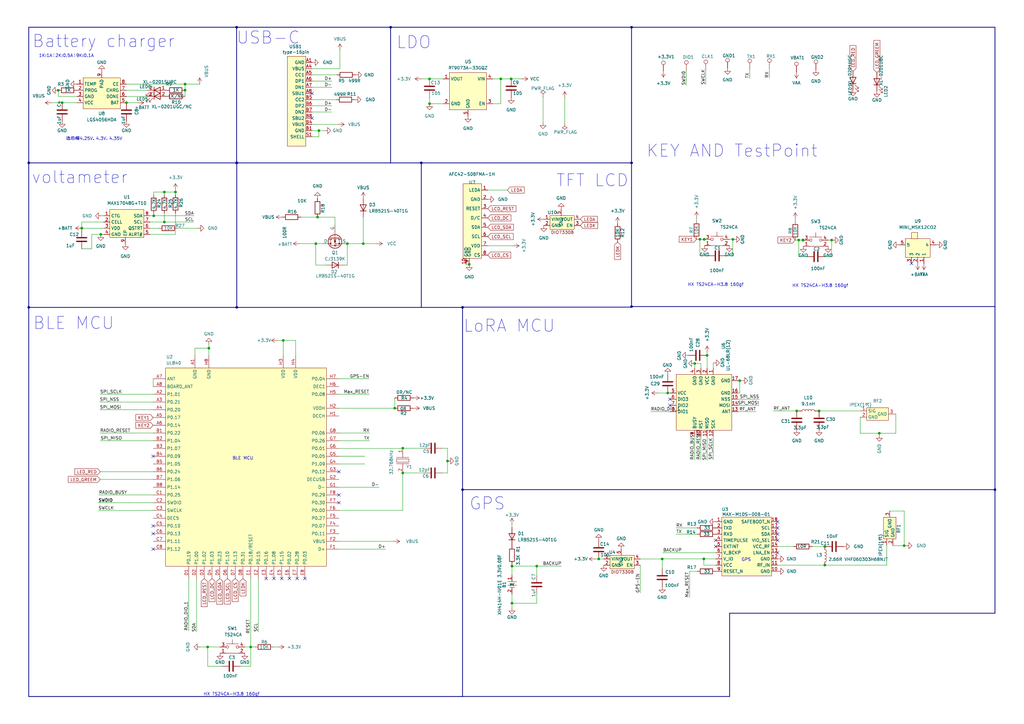
<source format=kicad_sch>
(kicad_sch (version 20231120) (generator "eeschema") (generator_version "8.0")
  (paper "A3")
  (junction (at 33.5026 93.599))
  (junction (at 284.9372 149.0907))
  (junction (at 75.8952 36.9824))
  (junction (at 189.7126 200.8333))
  (junction (at 290.0172 145.7544))
  (junction (at 116.172 139.6238))
  (junction (at 71.9836 78.7654))
  (junction (at 63.0428 88.519))
  (junction (at 327.5733 98.4504))
  (junction (at 97.1009 126.0602))
  (junction (at 23.9268 37.0332))
  (junction (at 25.4904 42.1132))
  (junction (at 335.9404 168.5544))
  (junction (at 129.5335 99.9236))
  (junction (at 51.8668 42.1132))
  (junction (at 130.7846 53.5686))
  (junction (at 85.1662 265.3538))
  (junction (at 67.4116 78.7654))
  (junction (at 303.38 156.1084))
  (junction (at 329.3364 98.4504))
  (junction (at 11.7856 66.795))
  (junction (at 259.0259 11.176))
  (junction (at 172.7959 66.795))
  (junction (at 245.5509 229.2604))
  (junction (at 192.4558 108.4326))
  (junction (at 183.5404 189.0776))
  (junction (at 67.4116 91.059))
  (junction (at 288.8553 98.171))
  (junction (at 273.8613 161.1884))
  (junction (at 205.3982 32.3596))
  (junction (at 102.8192 265.3538))
  (junction (at 41.3258 96.139))
  (junction (at 220.1418 232.1814))
  (junction (at 75.8952 34.4932))
  (junction (at 370.84 223.7994))
  (junction (at 148.9959 99.9236))
  (junction (at 287.0668 98.1456))
  (junction (at 259.0259 66.795))
  (junction (at 209.9818 247.4214))
  (junction (at 33.528 93.599))
  (junction (at 209.9818 232.1814))
  (junction (at 338.3026 231.775))
  (junction (at 97.0519 11.176))
  (junction (at 97.1009 66.795))
  (junction (at 209.654 32.3596))
  (junction (at 85.6742 142.7988))
  (junction (at 165.1762 193.9798))
  (junction (at 288.8299 98.1456))
  (junction (at 300.5731 98.171))
  (junction (at 189.7126 126.0602))
  (junction (at 288.6852 229.235))
  (junction (at 176.1729 32.3596))
  (junction (at 259.0259 125.7397))
  (junction (at 408.0764 200.8333))
  (junction (at 142.4714 99.9236))
  (junction (at 161.8742 167.4368))
  (junction (at 130.2258 89.0524))
  (junction (at 360.6546 177.673))
  (junction (at 271.6022 229.2604))
  (junction (at 11.7856 126.0602))
  (junction (at 329.3618 98.4758))
  (junction (at 326.7964 168.5544))
  (junction (at 97.0519 66.795))
  (junction (at 160.2112 11.176))
  (junction (at 165.1762 183.8198))
  (junction (at 341.0796 98.4758))
  (junction (at 338.3026 224.155))
  (junction (at 176.1729 42.5196))
  (no_connect (at 139.0142 206.1718))
  (no_connect (at 318.9478 219.075))
  (no_connect (at 293.5478 221.615))
  (no_connect (at 127.9906 48.4886))
  (no_connect (at 112.3442 237.2868))
  (no_connect (at 62.8142 187.1218))
  (no_connect (at 318.9478 213.995))
  (no_connect (at 318.9478 226.695))
  (no_connect (at 373.8626 108.0516))
  (no_connect (at 118.6942 237.2614))
  (no_connect (at 139.0142 202.9968))
  (no_connect (at 115.5192 237.2868))
  (no_connect (at 274.7772 163.7284))
  (no_connect (at 62.8142 215.6968))
  (no_connect (at 318.9478 216.535))
  (no_connect (at 293.5478 224.155))
  (no_connect (at 274.7772 166.2684))
  (no_connect (at 139.0396 193.4718))
  (no_connect (at 127.9906 38.3286))
  (no_connect (at 318.9478 221.615))
  (no_connect (at 121.8692 237.2868))
  (no_connect (at 62.8142 218.8718))
  (no_connect (at 125.0442 237.2868))
  (no_connect (at 109.1692 237.2868))
  (no_connect (at 62.8142 225.2218))
  (wire (pts (xy 352.806 171.0944) (xy 352.9584 171.0944)))
  (wire (pts (xy 282.829 234.315) (xy 282.829 245.0846)))
  (wire (pts (xy 244.1956 229.2604) (xy 245.5509 229.2604)))
  (wire (pts (xy 209.9818 215.0364) (xy 209.9818 216.3064)))
  (wire (pts (xy 61.5696 88.519) (xy 63.0428 88.519)))
  (wire (pts (xy 102.8192 237.2868) (xy 102.8192 265.3538)))
  (wire (pts (xy 327.5733 98.4504) (xy 329.3364 98.4504)))
  (wire (pts (xy 288.8553 98.1456) (xy 288.8553 98.171)))
  (wire (pts (xy 65.1764 93.599) (xy 61.5696 93.599)))
  (wire (pts (xy 60.6552 36.9824) (xy 60.4774 36.9824)))
  (wire (pts (xy 61.5696 96.139) (xy 71.9836 96.139)))
  (wire (pts (xy 40.3352 206.2226) (xy 62.8142 206.1718)))
  (wire (pts (xy 341.0796 105.2322) (xy 338.4804 105.2322)))
  (wire (pts (xy 326.7964 168.5544) (xy 327.6854 168.5544)))
  (wire (pts (xy 363.6772 231.7369) (xy 363.6772 223.5708)))
  (wire (pts (xy 139.0142 209.3468) (xy 165.1762 209.3468)))
  (wire (pts (xy 79.9592 142.7988) (xy 85.6742 142.7988)))
  (wire (pts (xy 116.172 139.6238) (xy 121.2342 139.6238)))
  (wire (pts (xy 281.5082 28.8798) (xy 281.4828 35.0012)))
  (wire (pts (xy 71.9836 78.7654) (xy 71.9836 79.8322)))
  (wire (pts (xy 37.6428 96.139) (xy 41.3258 96.139)))
  (wire (pts (xy 262.636 231.8004) (xy 262.636 243.1796)))
  (wire (pts (xy 40.9194 168.0718) (xy 62.8142 168.0718)))
  (wire (pts (xy 209.654 32.3596) (xy 205.3982 32.3596)))
  (wire (pts (xy 290.0172 144.4752) (xy 290.0172 145.7544)))
  (wire (pts (xy 292.5572 188.5696) (xy 292.5572 178.9684)))
  (wire (pts (xy 176.1729 42.5196) (xy 181.7878 42.5196)))
  (wire (pts (xy 210.3882 100.8126) (xy 200.0758 100.8126)))
  (wire (pts (xy 85.6742 142.7988) (xy 85.6742 145.8468)))
  (wire (pts (xy 23.9268 39.5732) (xy 23.9268 37.0332)))
  (bus (pts (xy 259.0259 125.7397) (xy 408.051 125.7397)))
  (wire (pts (xy 130.7846 53.5686) (xy 127.9906 53.5686)))
  (wire (pts (xy 262.636 229.2604) (xy 271.6022 229.2604)))
  (wire (pts (xy 315.595 31.9786) (xy 315.5696 28.1178)))
  (wire (pts (xy 209.9818 232.1814) (xy 209.9818 235.9914)))
  (wire (pts (xy 271.6022 229.2604) (xy 271.6022 233.0958)))
  (wire (pts (xy 341.3506 98.4758) (xy 341.0796 98.4758)))
  (wire (pts (xy 335.9404 168.5544) (xy 352.9584 168.5544)))
  (bus (pts (xy 172.7959 66.795) (xy 172.7959 126.0348)))
  (bus (pts (xy 11.7856 285.6738) (xy 11.7856 126.0602)))
  (wire (pts (xy 277.2664 216.535) (xy 285.9278 216.535)))
  (wire (pts (xy 60.6552 39.5224) (xy 60.5028 39.5224)))
  (wire (pts (xy 311.3532 166.2684) (xy 302.7172 166.2684)))
  (wire (pts (xy 81.915 34.4932) (xy 75.8952 34.4932)))
  (wire (pts (xy 41.0972 196.6468) (xy 62.8142 196.6468)))
  (wire (pts (xy 113.919 265.3538) (xy 112.2172 265.3538)))
  (bus (pts (xy 299.2628 251.5108) (xy 299.2628 285.6484)))
  (wire (pts (xy 71.9836 87.4522) (xy 71.9836 96.139)))
  (wire (pts (xy 151.5618 177.5968) (xy 139.0142 177.5968)))
  (wire (pts (xy 80.6196 259.1816) (xy 80.5942 237.2868)))
  (wire (pts (xy 130.2258 89.0524) (xy 137.3914 89.0524)))
  (wire (pts (xy 341.0796 98.4758) (xy 339.6488 98.4758)))
  (bus (pts (xy 408.0764 200.8333) (xy 408.0764 251.5108)))
  (wire (pts (xy 271.6022 229.2604) (xy 271.6022 229.235)))
  (wire (pts (xy 209.9818 231.5464) (xy 209.9818 232.1814)))
  (bus (pts (xy 97.1009 126.0602) (xy 189.7126 126.0602)))
  (wire (pts (xy 326.1868 90.8304) (xy 326.1868 89.789)))
  (wire (pts (xy 300.8441 98.171) (xy 300.5731 98.171)))
  (wire (pts (xy 288.8299 98.171) (xy 288.8553 98.171)))
  (wire (pts (xy 62.8142 155.3718) (xy 62.8142 158.5468)))
  (bus (pts (xy 259.0259 11.176) (xy 408.0764 11.176)))
  (bus (pts (xy 189.7126 200.8333) (xy 189.7126 285.6738)))
  (bus (pts (xy 160.2112 11.176) (xy 160.2112 66.7766)))
  (wire (pts (xy 137.3914 89.0524) (xy 137.3914 92.3036)))
  (wire (pts (xy 266.9032 168.8084) (xy 274.7772 168.8084)))
  (wire (pts (xy 181.4322 183.8198) (xy 183.5404 183.8198)))
  (wire (pts (xy 118.6942 237.2614) (xy 118.6942 237.2868)))
  (wire (pts (xy 271.9324 226.6696) (xy 271.9832 226.6696)))
  (wire (pts (xy 205.3982 42.5196) (xy 205.3982 32.3596)))
  (wire (pts (xy 139.0142 199.8218) (xy 155.4226 199.8218)))
  (wire (pts (xy 335.9404 168.5544) (xy 335.3054 168.5544)))
  (wire (pts (xy 127.9906 33.2486) (xy 136.1186 33.2486)))
  (wire (pts (xy 102.8192 265.3538) (xy 104.5972 265.3538)))
  (wire (pts (xy 139.0142 167.4368) (xy 161.8742 167.4368)))
  (bus (pts (xy 408.0764 200.8333) (xy 189.7126 200.8333)))
  (wire (pts (xy 288.6852 229.235) (xy 293.5478 229.235)))
  (wire (pts (xy 209.9818 243.6114) (xy 209.9818 247.4214)))
  (wire (pts (xy 176.1729 39.9796) (xy 176.1729 42.5196)))
  (bus (pts (xy 11.7856 66.795) (xy 97.0519 66.795)))
  (wire (pts (xy 290.0172 145.7544) (xy 290.0172 151.0284)))
  (wire (pts (xy 137.8966 40.8686) (xy 127.9906 40.8686)))
  (bus (pts (xy 172.7959 126.0348) (xy 172.7962 126.0348)))
  (bus (pts (xy 97.0519 11.176) (xy 160.2112 11.176)))
  (wire (pts (xy 41.021 177.6222) (xy 62.8142 177.5968)))
  (wire (pts (xy 155.4226 199.7964) (xy 155.4226 199.8218)))
  (wire (pts (xy 220.1418 247.4214) (xy 209.9818 247.4214)))
  (bus (pts (xy 408.051 125.7397) (xy 408.051 125.7554)))
  (bus (pts (xy 189.7126 125.984) (xy 259.0259 125.984)))
  (wire (pts (xy 329.3618 98.4504) (xy 329.3618 98.4758)))
  (wire (pts (xy 288.8299 98.1456) (xy 288.8553 98.1456)))
  (wire (pts (xy 151.4602 161.7218) (xy 139.0142 161.7218)))
  (wire (pts (xy 366.2172 223.7994) (xy 366.2172 223.5708)))
  (wire (pts (xy 82.1579 265.3538) (xy 85.1662 265.3538)))
  (wire (pts (xy 231.6226 40.0812) (xy 231.6226 50.4952)))
  (wire (pts (xy 139.0142 222.0468) (xy 161.3916 222.0468)))
  (wire (pts (xy 142.4714 99.9236) (xy 148.9959 99.9236)))
  (wire (pts (xy 148.9959 89.0524) (xy 148.9959 99.9236)))
  (wire (pts (xy 33.528 93.599) (xy 42.5196 93.599)))
  (wire (pts (xy 371.5004 223.7994) (xy 370.84 223.7994)))
  (wire (pts (xy 303.38 161.1884) (xy 303.38 156.1084)))
  (wire (pts (xy 287.4772 188.6204) (xy 287.4772 178.9684)))
  (wire (pts (xy 333.0702 224.155) (xy 338.3026 224.155)))
  (wire (pts (xy 138.6586 51.0286) (xy 127.9906 51.0286)))
  (wire (pts (xy 40.3352 209.423) (xy 62.8142 209.3468)))
  (bus (pts (xy 189.7126 285.6738) (xy 11.7856 285.6738)))
  (wire (pts (xy 139.4206 20.5486) (xy 139.4206 28.1686)))
  (wire (pts (xy 287.4772 149.0907) (xy 284.9372 149.0907)))
  (wire (pts (xy 220.1418 235.9914) (xy 220.1418 232.1814)))
  (wire (pts (xy 277.2918 219.075) (xy 285.9278 219.075)))
  (wire (pts (xy 21.1074 42.1132) (xy 25.4904 42.1132)))
  (wire (pts (xy 329.3364 98.4504) (xy 329.3364 98.4758)))
  (wire (pts (xy 288.8553 98.171) (xy 288.9823 98.171)))
  (wire (pts (xy 172.7708 32.3596) (xy 176.1729 32.3596)))
  (wire (pts (xy 79.9592 142.7988) (xy 79.9592 145.8468)))
  (wire (pts (xy 67.4116 87.5538) (xy 67.4116 91.059)))
  (wire (pts (xy 77.4192 237.2868) (xy 77.4192 258.7244)))
  (wire (pts (xy 33.5026 93.599) (xy 33.5026 94.4372)))
  (wire (pts (xy 149.6568 190.2968) (xy 139.0142 190.2968)))
  (wire (pts (xy 213.9442 32.3596) (xy 209.654 32.3596)))
  (wire (pts (xy 173.8122 193.9798) (xy 165.1762 193.9798)))
  (wire (pts (xy 292.5572 148.844) (xy 292.5572 151.0284)))
  (wire (pts (xy 127.9906 56.1086) (xy 130.7846 56.1086)))
  (wire (pts (xy 183.5404 183.8198) (xy 183.5404 189.0776)))
  (wire (pts (xy 290.3539 104.9274) (xy 287.0668 104.9274)))
  (wire (pts (xy 42.5196 91.059) (xy 33.5026 91.059)))
  (wire (pts (xy 130.7846 56.1086) (xy 130.7846 53.5686)))
  (wire (pts (xy 317.1444 168.5544) (xy 326.7964 168.5544)))
  (wire (pts (xy 67.4116 91.059) (xy 79.502 91.059)))
  (wire (pts (xy 311.404 163.7284) (xy 302.7172 163.7284)))
  (wire (pts (xy 149.6568 187.1218) (xy 139.0142 187.1218)))
  (wire (pts (xy 271.6022 229.235) (xy 288.6852 229.235)))
  (wire (pts (xy 40.3352 206.248) (xy 40.3352 206.2226)))
  (wire (pts (xy 139.0142 183.9468) (xy 165.1762 183.9468)))
  (wire (pts (xy 85.6742 141.2748) (xy 85.6742 142.7988)))
  (wire (pts (xy 113.8936 139.6238) (xy 116.172 139.6238)))
  (wire (pts (xy 62.8142 193.4718) (xy 41.1734 193.4718)))
  (wire (pts (xy 318.9478 224.155) (xy 325.4502 224.155)))
  (wire (pts (xy 183.5404 193.9798) (xy 183.5404 189.0776)))
  (bus (pts (xy 408.0764 11.176) (xy 408.0764 200.8333)))
  (wire (pts (xy 56.4134 42.1132) (xy 51.8668 42.1132)))
  (bus (pts (xy 160.2112 11.176) (xy 259.0259 11.176)))
  (wire (pts (xy 310.0832 168.8084) (xy 302.7172 168.8084)))
  (wire (pts (xy 31.5468 39.5732) (xy 23.9268 39.5732)))
  (wire (pts (xy 202.1078 42.5196) (xy 205.3982 42.5196)))
  (wire (pts (xy 220.1418 243.6114) (xy 220.1418 247.4214)))
  (wire (pts (xy 41.6814 88.519) (xy 42.5196 88.519)))
  (wire (pts (xy 288.8299 98.1456) (xy 288.8299 98.171)))
  (wire (pts (xy 116.172 145.8468) (xy 116.1542 145.8468)))
  (wire (pts (xy 51.8668 34.4932) (xy 75.8952 34.4932)))
  (wire (pts (xy 63.0428 79.9846) (xy 63.0428 78.7654)))
  (wire (pts (xy 284.9372 188.6712) (xy 284.9372 178.9684)))
  (wire (pts (xy 100.4062 265.3538) (xy 102.8192 265.3538)))
  (wire (pts (xy 141.303 108.712) (xy 142.4714 108.712)))
  (wire (pts (xy 222.7326 39.7002) (xy 222.7326 50.2412)))
  (wire (pts (xy 327.5733 105.2322) (xy 327.5733 98.4504)))
  (wire (pts (xy 181.4322 193.9798) (xy 183.5404 193.9798)))
  (wire (pts (xy 151.5618 180.7718) (xy 139.0142 180.7718)))
  (wire (pts (xy 116.172 139.6238) (xy 116.172 145.8468)))
  (wire (pts (xy 330.8604 105.2322) (xy 327.5733 105.2322)))
  (wire (pts (xy 148.9959 99.9236) (xy 154.3078 99.9236)))
  (wire (pts (xy 71.9836 77.8764) (xy 71.9836 78.7654)))
  (bus (pts (xy 11.7856 11.176) (xy 97.0519 11.176)))
  (wire (pts (xy 121.2342 145.8468) (xy 121.2342 139.6238)))
  (bus (pts (xy 189.7126 126.0602) (xy 189.7126 125.984)))
  (bus (pts (xy 172.7959 66.795) (xy 259.0259 66.795)))
  (wire (pts (xy 363.6221 231.775) (xy 338.3026 231.775)))
  (wire (pts (xy 366.9284 169.8244) (xy 367.4364 169.8244)))
  (wire (pts (xy 127.9906 43.4086) (xy 136.1186 43.4086)))
  (wire (pts (xy 142.4714 108.712) (xy 142.4714 99.9236)))
  (wire (pts (xy 318.9478 231.775) (xy 338.3026 231.775)))
  (wire (pts (xy 192.4558 108.4326) (xy 191.1858 108.4326)))
  (wire (pts (xy 25.4904 42.1132) (xy 31.5468 42.1132)))
  (wire (pts (xy 122.8626 99.9236) (xy 129.5335 99.9236)))
  (wire (pts (xy 85.1662 265.3538) (xy 90.2462 265.3538)))
  (wire (pts (xy 139.0396 193.4718) (xy 139.0142 193.4718)))
  (wire (pts (xy 370.84 223.7994) (xy 366.2172 223.7994)))
  (bus (pts (xy 299.2628 285.6484) (xy 189.738 285.6484)))
  (bus (pts (xy 11.7856 126.0602) (xy 11.7856 66.795)))
  (wire (pts (xy 329.3364 98.4758) (xy 329.3618 98.4758)))
  (wire (pts (xy 209.9818 247.4214) (xy 209.9818 249.3264)))
  (wire (pts (xy 60.4774 36.9824) (xy 60.4774 37.0332)))
  (wire (pts (xy 41.1988 180.7718) (xy 62.8142 180.7718)))
  (bus (pts (xy 97.0519 66.795) (xy 97.1009 66.795)))
  (wire (pts (xy 67.4116 78.7654) (xy 71.9836 78.7654)))
  (wire (pts (xy 85.1662 265.3538) (xy 85.1662 273.2278)))
  (wire (pts (xy 40.3352 209.3976) (xy 40.3352 209.423)))
  (wire (pts (xy 307.5432 32.1564) (xy 307.5178 28.2956)))
  (wire (pts (xy 220.1418 232.1814) (xy 209.9818 232.1814)))
  (wire (pts (xy 329.3618 98.4758) (xy 329.4888 98.4758)))
  (wire (pts (xy 288.6852 231.775) (xy 288.6852 229.235)))
  (wire (pts (xy 208.1022 77.9526) (xy 200.0758 77.9526)))
  (wire (pts (xy 326.1868 98.4504) (xy 327.5733 98.4504)))
  (wire (pts (xy 363.6221 231.7369) (xy 363.6772 231.7369)))
  (wire (pts (xy 40.894 164.8968) (xy 62.8142 164.8968)))
  (wire (pts (xy 284.9372 149.0907) (xy 284.9372 151.0284)))
  (bus (pts (xy 11.7856 66.795) (xy 11.7856 11.176)))
  (wire (pts (xy 37.6428 102.0572) (xy 37.6428 96.139)))
  (wire (pts (xy 123.4214 89.0524) (xy 130.2258 89.0524)))
  (wire (pts (xy 300.5731 98.171) (xy 299.1423 98.171)))
  (wire (pts (xy 304.1396 156.1084) (xy 303.38 156.1084)))
  (wire (pts (xy 165.1762 183.8198) (xy 165.1762 183.9468)))
  (wire (pts (xy 33.5026 91.059) (xy 33.5026 93.599)))
  (wire (pts (xy 139.4206 28.1686) (xy 127.9906 28.1686)))
  (wire (pts (xy 352.806 177.673) (xy 352.806 171.0944)))
  (wire (pts (xy 302.7172 161.1884) (xy 303.38 161.1884)))
  (wire (pts (xy 329.3364 98.4504) (xy 329.3618 98.4504)))
  (wire (pts (xy 285.6803 90.5256) (xy 285.6803 89.4842)))
  (bus (pts (xy 160.2112 66.7766) (xy 160.1978 66.7766)))
  (wire (pts (xy 151.4602 155.3718) (xy 139.0142 155.3718)))
  (bus (pts (xy 259.0259 125.7397) (xy 259.0259 125.984)))
  (bus (pts (xy 189.7126 126.0602) (xy 189.7126 200.8333)))
  (wire (pts (xy 61.5696 91.059) (xy 67.4116 91.059)))
  (wire (pts (xy 370.84 209.6262) (xy 370.84 223.7994)))
  (wire (pts (xy 303.38 156.1084) (xy 302.7172 156.1084)))
  (wire (pts (xy 129.5335 99.9236) (xy 132.3114 99.9236)))
  (wire (pts (xy 300.5731 104.9274) (xy 297.9739 104.9274)))
  (wire (pts (xy 220.1418 232.1814) (xy 230.3018 232.1814)))
  (wire (pts (xy 67.4116 78.7654) (xy 67.4116 79.9338)))
  (wire (pts (xy 33.5026 93.599) (xy 33.528 93.599)))
  (wire (pts (xy 290.0172 188.8236) (xy 290.0172 178.9684)))
  (wire (pts (xy 139.0142 225.2218) (xy 158.1912 225.2218)))
  (bus (pts (xy 97.1009 66.795) (xy 97.1009 126.0602)))
  (wire (pts (xy 60.5028 39.5224) (xy 60.5028 39.5732)))
  (wire (pts (xy 287.4772 151.0284) (xy 287.4772 149.0907)))
  (wire (pts (xy 60.5028 39.5732) (xy 51.8668 39.5732)))
  (wire (pts (xy 287.0668 104.9274) (xy 287.0668 98.1456)))
  (wire (pts (xy 176.1729 32.3596) (xy 181.7878 32.3596)))
  (wire (pts (xy 300.5731 98.171) (xy 300.5731 104.9274)))
  (wire (pts (xy 75.8952 34.4932) (xy 75.8952 36.9824)))
  (bus (pts (xy 259.0259 66.795) (xy 259.0259 11.176)))
  (wire (pts (xy 173.8122 183.8198) (xy 165.1762 183.8198)))
  (wire (pts (xy 285.6803 98.1456) (xy 287.0668 98.1456)))
  (wire (pts (xy 289.4838 28.6512) (xy 289.4584 34.7726)))
  (bus (pts (xy 189.738 285.6484) (xy 189.738 285.6738)))
  (wire (pts (xy 138.1506 30.7086) (xy 127.9906 30.7086)))
  (wire (pts (xy 41.0464 161.7218) (xy 62.8142 161.7218)))
  (bus (pts (xy 408.0764 251.5108) (xy 299.2628 251.5108)))
  (wire (pts (xy 352.806 177.673) (xy 360.6546 177.673)))
  (bus (pts (xy 97.0519 66.795) (xy 97.0519 11.176)))
  (wire (pts (xy 102.8192 273.2278) (xy 102.8192 265.3538)))
  (wire (pts (xy 133.0706 53.5686) (xy 130.7846 53.5686)))
  (wire (pts (xy 106.0196 259.1816) (xy 105.9942 237.2868)))
  (wire (pts (xy 72.7964 93.599) (xy 81.0514 93.599)))
  (wire (pts (xy 60.4774 37.0332) (xy 51.8668 37.0332)))
  (bus (pts (xy 97.1009 66.795) (xy 172.7959 66.795)))
  (wire (pts (xy 360.6546 178.435) (xy 360.6546 177.673)))
  (wire (pts (xy 91.0082 273.2278) (xy 85.1662 273.2278)))
  (wire (pts (xy 63.0428 78.7654) (xy 67.4116 78.7654)))
  (wire (pts (xy 127.9906 45.9486) (xy 136.1186 45.9486)))
  (wire (pts (xy 41.3258 96.139) (xy 42.5196 96.139)))
  (bus (pts (xy 259.0259 66.795) (xy 259.0259 125.7397)))
  (wire (pts (xy 363.6221 231.7369) (xy 363.6221 231.775)))
  (wire (pts (xy 284.9372 149.0472) (xy 284.9372 149.0907)))
  (wire (pts (xy 367.4364 177.673) (xy 360.6546 177.673)))
  (wire (pts (xy 370.8146 209.6262) (xy 370.8146 209.6008)))
  (wire (pts (xy 127.9906 35.7886) (xy 136.1186 35.7886)))
  (wire (pts (xy 341.0796 98.4758) (xy 341.0796 105.2322)))
  (wire (pts (xy 245.5509 229.2604) (xy 247.65 229.2604)))
  (wire (pts (xy 63.0428 87.6046) (xy 63.0428 88.519)))
  (wire (pts (xy 40.5384 202.9968) (xy 62.8142 202.9968)))
  (wire (pts (xy 63.0428 88.519) (xy 79.5274 88.519)))
  (wire (pts (xy 370.8146 209.6262) (xy 370.84 209.6262)))
  (wire (pts (xy 165.1762 193.9798) (xy 165.1762 209.3468)))
  (wire (pts (xy 33.5026 102.0572) (xy 37.6428 102.0572)))
  (wire (pts (xy 269.9004 161.1884) (xy 273.8613 161.1884)))
  (wire (pts (xy 271.9832 226.695) (xy 293.5478 226.695)))
  (wire (pts (xy 161.8742 163.2204) (xy 161.8742 167.4368)))
  (wire (pts (xy 129.5335 108.712) (xy 129.5335 99.9236)))
  (wire (pts (xy 75.8952 36.9824) (xy 75.8952 39.5224)))
  (wire (pts (xy 205.3982 32.3596) (xy 202.1078 32.3596)))
  (wire (pts (xy 273.8613 161.1884) (xy 274.7772 161.1884)))
  (wire (pts (xy 133.683 108.712) (xy 129.5335 108.712)))
  (wire (pts (xy 271.9832 226.6696) (xy 271.9832 226.695)))
  (wire (pts (xy 293.5478 231.775) (xy 288.6852 231.775)))
  (wire (pts (xy 367.4364 169.8244) (xy 367.4364 177.673)))
  (wire (pts (xy 287.0668 98.1456) (xy 288.8299 98.1456)))
  (wire (pts (xy 98.6282 273.2278) (xy 102.8192 273.2278)))
  (wire (pts (xy 285.9278 234.315) (xy 282.829 234.315)))
  (bus (pts (xy 11.7856 126.0602) (xy 97.1009 126.0602)))
  (wire (pts (xy 370.8146 209.6008) (xy 364.9472 209.6008)))
  (text "选后缀4.25V，4.3V，4.35V" (at 38.608 56.9976 0) (effects (font (size 1.27 1.27))))
  (text "BLE MCU" (at 30.226 132.6896 0) (effects (font (size 5 5))))
  (text "GPS" (at 304.0888 230.4034 0) (effects (font (size 1.27 1.27)) (justify left bottom)))
  (text "Battery charger" (at 42.4942 17.0434 0) (effects (font (size 5 5))))
  (text "USB-C" (at 110.0328 15.621 0) (effects (font (size 5 5))))
  (text "HX TS24CA-H3.8 160gf" (at 336.4125 117.2718 0) (effects (font (size 1.27 1.27))))
  (text "TFT LCD" (at 242.951 74.168 0) (effects (font (size 5 5))))
  (text "voltameter" (at 32.7406 72.8472 0) (effects (font (size 5 5))))
  (text "GPS" (at 199.8472 206.7052 0) (effects (font (size 5 5))))
  (text "LDO" (at 169.6974 17.526 0) (effects (font (size 5 5))))
  (text "1K:1A；2K:0.5A；9K:0.1A" (at 27.2288 22.987 0) (effects (font (size 1.27 1.27))))
  (text "KEY AND TestPoint" (at 300.2534 62.0014 0) (effects (font (size 5 5))))
  (text "BLE MCU" (at 95.3008 188.8236 0) (effects (font (size 1.27 1.27)) (justify left bottom)))
  (text "LoRA MCU" (at 208.8388 133.8072 0) (effects (font (size 5 5))))
  (text "HX TS24CA-H3.8 160gf" (at 94.996 284.8102 0) (effects (font (size 1.27 1.27))))
  (text "HX TS24CA-H3.8 160gf" (at 293.5289 116.8654 0) (effects (font (size 1.27 1.27))))
  (label "D-" (at 136.1186 45.9486 180))
  (label "SPI_NSS" (at 311.404 163.7284 180))
  (label "TX" (at 151.5618 180.7718 180))
  (label "SPI_MOSI" (at 311.3532 166.2684 180))
  (label "RF_ANT" (at 310.0832 168.8084 180))
  (label "GPS-EN" (at 151.4602 155.3718 180))
  (label "SPI_MISO" (at 290.0172 188.8236 90))
  (label "D+" (at 136.1186 33.2486 180))
  (label "Max_RESET" (at 282.829 245.0846 90))
  (label "SWCLK" (at 40.3352 209.3976 0))
  (label "SPI_SCLK" (at 292.5572 188.5696 90))
  (label "SPI_MISO" (at 41.1988 180.7718 0))
  (label "RADIO_BUSY" (at 284.9372 188.6712 90))
  (label "RADIO_RESET" (at 41.021 177.6222 0))
  (label "SPI_MOSI" (at 40.9194 168.0718 0))
  (label "TX" (at 307.5432 32.1564 90))
  (label "RX" (at 151.5618 177.5968 180))
  (label "SWDI0" (at 40.3352 206.248 0))
  (label "RADIO_BUSY" (at 40.5384 202.9968 0))
  (label "RX" (at 315.595 31.9786 90))
  (label "SCL" (at 106.0196 259.1816 90))
  (label "D-" (at 155.4226 199.7964 180))
  (label "RF_ANT" (at 317.1444 168.5544 0))
  (label "SWCLK" (at 289.4584 34.7726 90))
  (label "RESET" (at 102.8192 259.8928 90))
  (label "D+" (at 158.1912 225.2218 180))
  (label "GPS-EN" (at 262.636 243.1796 90))
  (label "TX" (at 277.2918 219.075 0))
  (label "SCL" (at 79.502 91.059 180))
  (label "RADIO_DIO_1" (at 266.9032 168.8084 0))
  (label "D-" (at 136.1186 35.7886 180))
  (label "SPI_NSS" (at 40.894 164.8968 0))
  (label "SDA" (at 79.5274 88.519 180))
  (label "BACKUP" (at 271.9324 226.6696 0))
  (label "BACKUP" (at 230.3018 232.1814 180))
  (label "D+" (at 136.1186 43.4086 180))
  (label "SDA" (at 80.6196 259.1816 90))
  (label "SPI_SCLK" (at 41.0464 161.7218 0))
  (label "SWDI0" (at 281.4828 35.0012 90))
  (label "SWDI0" (at 40.3352 206.248 0))
  (label "RX" (at 277.2664 216.535 0))
  (label "Max_RESET" (at 151.4602 161.7218 180))
  (label "RADIO_RESET" (at 287.4772 188.6204 90))
  (label "RADIO_DIO_1" (at 77.4192 258.7244 90))
  (global_label "KEY2" (shape input) (at 62.8142 174.4218 180) (property "Intersheetrefs" "${INTERSHEET_REFS}" (effects (hide yes))))
  (global_label "LCD_SDA" (shape input) (at 90.1192 237.2868 270) (property "Intersheetrefs" "${INTERSHEET_REFS}" (effects (hide yes))))
  (global_label "LEDK" (shape input) (at 253.2888 99.2886 270) (property "Intersheetrefs" "${INTERSHEET_REFS}" (effects (hide yes))))
  (global_label "LCD_DC" (shape input) (at 86.9442 237.2868 270) (property "Intersheetrefs" "${INTERSHEET_REFS}" (effects (hide yes))))
  (global_label "LED_GREEM" (shape input) (at 41.0972 196.6468 180) (property "Intersheetrefs" "${INTERSHEET_REFS}" (effects (hide yes))))
  (global_label "LCD_DC" (shape input) (at 200.0758 89.3826 0) (property "Intersheetrefs" "${INTERSHEET_REFS}" (effects (hide yes))))
  (global_label "LCD_REST" (shape input) (at 83.7692 237.2868 270) (property "Intersheetrefs" "${INTERSHEET_REFS}" (effects (hide yes))))
  (global_label "LED_RED" (shape input) (at 41.1734 193.4718 180) (property "Intersheetrefs" "${INTERSHEET_REFS}" (effects (hide yes))))
  (global_label "KEY1" (shape input) (at 62.8142 171.2468 180) (property "Intersheetrefs" "${INTERSHEET_REFS}" (effects (hide yes))))
  (global_label "LCD_SCL" (shape input) (at 93.2942 237.2868 270) (property "Intersheetrefs" "${INTERSHEET_REFS}" (effects (hide yes))))
  (global_label "LCD_REST" (shape input) (at 200.0758 85.5726 0) (property "Intersheetrefs" "${INTERSHEET_REFS}" (effects (hide yes))))
  (global_label "LEDK" (shape input) (at 99.6442 237.2868 270) (property "Intersheetrefs" "${INTERSHEET_REFS}" (effects (hide yes))))
  (global_label "LCD_CS" (shape input) (at 96.4692 237.2868 270) (property "Intersheetrefs" "${INTERSHEET_REFS}" (effects (hide yes))))
  (global_label "LED_GREEM" (shape input) (at 359.664 29.718 90) (property "Intersheetrefs" "${INTERSHEET_REFS}" (effects (hide yes))))
  (global_label "LCD_SDA" (shape input) (at 200.0758 93.1926 0) (property "Intersheetrefs" "${INTERSHEET_REFS}" (effects (hide yes))))
  (global_label "LEDK" (shape input) (at 238.0234 92.4814 0) (property "Intersheetrefs" "${INTERSHEET_REFS}" (effects (hide yes))))
  (global_label "KEY2" (shape input) (at 326.1868 98.4504 180) (property "Intersheetrefs" "${INTERSHEET_REFS}" (effects (hide yes))))
  (global_label "LED_RED" (shape input) (at 349.8342 29.1846 90) (property "Intersheetrefs" "${INTERSHEET_REFS}" (effects (hide yes))))
  (global_label "LCD_CS" (shape input) (at 200.0758 104.6226 0) (property "Intersheetrefs" "${INTERSHEET_REFS}" (effects (hide yes))))
  (global_label "LEDA" (shape input) (at 208.1022 77.9526 0) (property "Intersheetrefs" "${INTERSHEET_REFS}" (effects (hide yes))))
  (global_label "KEY1" (shape input) (at 285.6803 98.1456 180) (property "Intersheetrefs" "${INTERSHEET_REFS}" (effects (hide yes))))
  (global_label "LCD_SCL" (shape input) (at 200.0758 97.0026 0) (property "Intersheetrefs" "${INTERSHEET_REFS}" (effects (hide yes))))
  (global_label "LEDA" (shape input) (at 238.0234 89.9414 0) (property "Intersheetrefs" "${INTERSHEET_REFS}" (effects (hide yes))))
  (symbol (lib_id "power:+3.3V") (at 71.9836 77.8764 0) (unit 1)
    (property "Reference" "#PWR044" (effects (hide yes)))
    (property "Value" "+3.3V" (at 71.9836 72.7964 0))
  )
  (symbol (lib_id "Device:D") (at 137.493 108.712 180) (unit 1)
    (property "Reference" "D2" (at 137.0866 111.4552 0))
    (property "Value" "LRB521S-40T1G" (at 137.5438 113.1824 0))
    (property "Footprint" "Diode_SMD:D_SOD-523" (effects (hide yes)))
    (property "Sim.Device" "D" (effects (hide yes)))
    (property "Sim.Pins" "1=K 2=A" (effects (hide yes)))
  )
  (symbol (lib_id "Device:C") (at 335.9404 172.3644 0) (unit 1)
    (property "Reference" "C30" (at 338.7344 171.9834 0) (effects (justify left)))
    (property "Value" "3.3pF" (at 334.6704 175.1584 0) (effects (justify left)))
    (property "Footprint" "UL_PCB_LIB:C0201" (effects (hide yes)))
  )
  (symbol (lib_id "power:+3.3V") (at 113.8936 139.6238 90) (unit 1)
    (property "Reference" "#PWR08" (effects (hide yes)))
    (property "Value" "+3.3V" (at 105.3338 139.573 90) (effects (justify right)))
  )
  (symbol (lib_id "Device:R") (at 67.4116 83.7438 0) (unit 1)
    (property "Reference" "R25" (at 69.9516 85.344 90) (effects (justify left)))
    (property "Value" "4.7K" (at 67.5386 85.8012 90) (effects (justify left)))
    (property "Footprint" "UL_PCB_LIB:R0201" (effects (hide yes)))
  )
  (symbol (lib_id "power:GND") (at 345.9226 224.155 90) (unit 1)
    (property "Reference" "#PWR035" (effects (hide yes)))
    (property "Value" "GND" (at 350.0882 224.155 90) (effects (justify right)))
  )
  (symbol (lib_id "Device:C") (at 176.1729 36.1696 0) (unit 1)
    (property "Reference" "C13" (at 176.6555 33.8836 0) (effects (justify left)))
    (property "Value" "105" (at 176.8841 38.227 0) (effects (justify left)))
    (property "Footprint" "UL_PCB_LIB:C0201" (effects (hide yes)))
  )
  (symbol (lib_id "power:GND") (at 334.645 28.6004 0) (unit 1)
    (property "Reference" "#PWR017" (effects (hide yes)))
    (property "Value" "GND" (at 334.645 33.2994 0))
  )
  (symbol (lib_id "lora底板_Library:CR1220-2") (at 213.1568 238.5314 270) (unit 1)
    (property "Reference" "B1" (at 206.8068 239.8014 0))
    (property "Value" "XH414H-IV01E 3.3V0.08F" (at 204.9018 239.8014 0))
    (property "Footprint" "LHH:CAP-SMD_2P-L4.8-W4.8-TR" (effects (hide yes)))
  )
  (symbol (lib_id "power:GND") (at 254.762 225.1964 180) (unit 1)
    (property "Reference" "#PWR068" (effects (hide yes)))
    (property "Value" "GND" (at 254.8128 220.9038 0))
  )
  (symbol (lib_id "power:+3.3V") (at 169.4942 163.2204 270) (unit 1)
    (property "Reference" "#PWR034" (effects (hide yes)))
    (property "Value" "+3.3V" (at 178.054 163.2712 90) (effects (justify right)))
  )
  (symbol (lib_name "SW_Push_1") (lib_id "Switch:SW_Push") (at 95.3262 265.3538 0) (unit 1)
    (property "Reference" "SW1" (at 95.3262 257.7338 0))
    (property "Value" "TS24CA" (at 95.6564 260.3246 0))
    (property "Footprint" "按键:SW-SMD_TS24CA" (effects (hide yes)))
    (property "Description" "Push button switch, generic, two pins" (effects (hide yes)))
  )
  (symbol (lib_id "power:VBUS") (at 138.6586 51.0286 270) (mirror x) (unit 1)
    (property "Reference" "#PWR025" (effects (hide yes)))
    (property "Value" "VBUS" (at 142.7226 51.0286 90) (effects (justify left)))
  )
  (symbol (lib_id "memake:UL-840") (at 100.9142 178.2318 0) (unit 1)
    (property "Reference" "U2" (at 68.1482 146.3548 0) (effects (justify left)))
    (property "Value" "UL840" (at 68.1482 148.8948 0) (effects (justify left)))
    (property "Footprint" "LHH:UL-840" (effects (hide yes)))
  )
  (symbol (lib_id "power:+3.3V") (at 231.6226 40.0812 0) (unit 1)
    (property "Reference" "#PWR015" (effects (hide yes)))
    (property "Value" "+3.3V" (at 231.6226 35.0012 0))
  )
  (symbol (lib_id "座子接口:AFC42-S08FMA-1H") (at 194.9958 89.3826 0) (unit 1)
    (property "Reference" "U7" (at 193.7258 74.803 0))
    (property "Value" "AFC42-S08FMA-1H" (at 193.548 71.4502 0))
    (property "Footprint" "座子接口:FFC-SMD_8P-P0.50_AFC42-S08FMA-1H" (effects (hide yes)))
  )
  (symbol (lib_id "智能手环_Library:RT9073A-33GQZ") (at 191.9478 37.4396 0) (unit 1)
    (property "Reference" "U5" (at 191.9478 25.2984 0))
    (property "Value" "RT9073A-33GQZ" (at 191.9478 27.8384 0))
    (property "Footprint" "智能手环_Library:RT9073A-33GQZ" (effects (hide yes)))
  )
  (symbol (lib_id "Device:C") (at 342.1126 224.155 90) (unit 1)
    (property "Reference" "C11" (at 340.3854 222.8342 90) (effects (justify left)))
    (property "Value" "10nF" (at 343.7382 219.964 90) (effects (justify left)))
    (property "Footprint" "UL_PCB_LIB:C0201" (effects (hide yes)))
  )
  (symbol (lib_id "power:GND") (at 130.2258 81.4324 180) (unit 1)
    (property "Reference" "#PWR067" (effects (hide yes)))
    (property "Value" "GND" (at 130.2258 76.3016 0))
  )
  (symbol (lib_id "power:GND") (at 300.8441 98.171 90) (unit 1)
    (property "Reference" "#PWR071" (effects (hide yes)))
    (property "Value" "GND" (at 304.5525 98.171 0))
  )
  (symbol (lib_id "Device:R") (at 130.2258 85.2424 0) (unit 1)
    (property "Reference" "R18" (at 132.4102 85.4456 90))
    (property "Value" "10K" (at 123.8786 82.3976 0))
    (property "Footprint" "UL_PCB_LIB:R0201" (effects (hide yes)))
  )
  (symbol (lib_id "power:GND") (at 304.1396 156.1084 90) (unit 1)
    (property "Reference" "#PWR052" (effects (hide yes)))
    (property "Value" "GND" (at 307.9496 155.9814 0))
  )
  (symbol (lib_id "power:GND") (at 133.0706 53.5686 90) (mirror x) (unit 1)
    (property "Reference" "#PWR027" (effects (hide yes)))
    (property "Value" "GND" (at 136.3726 53.5686 90) (effects (justify right)))
  )
  (symbol (lib_id "LHH:DIO7330B") (at 250.19 226.2124 0) (unit 1)
    (property "Reference" "U4" (at 251.1298 226.4664 0))
    (property "Value" "DIO7330B" (effects (hide yes)))
    (property "Footprint" "LHH:DFN-4" (effects (hide yes)))
  )
  (symbol (lib_id "power:+3.3V") (at 113.919 265.3538 270) (unit 1)
    (property "Reference" "#PWR09" (effects (hide yes)))
    (property "Value" "+3.3V" (at 117.6782 265.3538 90) (effects (justify left)))
  )
  (symbol (lib_id "Device:R") (at 63.0428 83.7946 0) (unit 1)
    (property "Reference" "R24" (at 65.2272 85.3186 90) (effects (justify left)))
    (property "Value" "4.7K" (at 63.1444 85.852 90) (effects (justify left)))
    (property "Footprint" "UL_PCB_LIB:R0201" (effects (hide yes)))
  )
  (symbol (lib_id "power:GND") (at 209.9818 249.3264 0) (unit 1)
    (property "Reference" "#PWR018" (effects (hide yes)))
    (property "Value" "GND" (at 209.9818 253.1364 0))
  )
  (symbol (lib_id "Device:R") (at 165.6842 163.2204 90) (unit 1)
    (property "Reference" "R4" (at 167.1574 163.2966 90) (effects (justify left)))
    (property "Value" "0R/NC" (at 169.1386 160.8836 90) (effects (justify left)))
    (property "Footprint" "UL_PCB_LIB:R0201" (effects (hide yes)))
  )
  (symbol (lib_id "power:GND") (at 326.7964 176.1744 0) (unit 1)
    (property "Reference" "#PWR058" (effects (hide yes)))
    (property "Value" "GND" (at 326.7964 180.7464 0))
  )
  (symbol (lib_id "USER_Library:AO3401") (at 137.3914 97.3836 90) (mirror x) (unit 1)
    (property "Reference" "Q1" (at 137.3914 103.632 90))
    (property "Value" "CJ3139K" (at 137.3914 106.172 90))
    (property "Footprint" "Package_TO_SOT_SMD:SOT-723" (effects (hide yes)))
    (property "Datasheet" "https://ngspice.sourceforge.io/docs/ngspice-manual.pdf" (effects (hide yes)))
    (property "Sim.Device" "PMOS" (effects (hide yes)))
    (property "Sim.Type" "VDMOS" (effects (hide yes)))
    (property "Sim.Pins" "1=D 2=G 3=S" (effects (hide yes)))
  )
  (symbol (lib_id "power:PWR_FLAG") (at 222.7326 39.7002 0) (unit 1)
    (property "Reference" "#FLG01" (effects (hide yes)))
    (property "Value" "PWR_FLAG" (at 222.6056 36.2712 0))
  )
  (symbol (lib_id "power:GND") (at 329.4888 101.0158 0) (unit 1)
    (property "Reference" "#PWR065" (effects (hide yes)))
    (property "Value" "GND" (at 329.4888 104.7242 0))
  )
  (symbol (lib_id "power:+3.3V") (at 244.1956 229.2604 90) (unit 1)
    (property "Reference" "#PWR05" (effects (hide yes)))
    (property "Value" "+3.3V" (at 241.1222 229.235 90) (effects (justify left)))
  )
  (symbol (lib_id "power:GND") (at 209.654 39.9796 0) (unit 1)
    (property "Reference" "#PWR080" (effects (hide yes)))
    (property "Value" "GND" (at 209.654 45.0342 0))
  )
  (symbol (lib_id "Device:C") (at 273.8613 157.3784 0) (unit 1)
    (property "Reference" "C29" (at 266.7731 157.3784 0) (effects (justify left)))
    (property "Value" "100nF" (at 266.3444 154.5336 0) (effects (justify left)))
    (property "Footprint" "UL_PCB_LIB:C0201" (effects (hide yes)))
  )
  (symbol (lib_id "power:VAA") (at 326.6694 29.4894 180) (unit 1)
    (property "Reference" "#PWR014" (effects (hide yes)))
    (property "Value" "VAA" (at 326.6694 33.9852 0))
    (property "Description" "Power symbol creates a global label with name \"VAA\"" (effects (hide yes)))
  )
  (symbol (lib_id "power:GND") (at 222.7326 50.2412 0) (unit 1)
    (property "Reference" "#PWR020" (effects (hide yes)))
    (property "Value" "GND" (at 222.7326 54.9402 0))
  )
  (symbol (lib_id "power:GND") (at 41.7068 29.4132 180) (unit 1)
    (property "Reference" "#PWR059" (effects (hide yes)))
    (property "Value" "GND" (at 41.7068 25.6032 0))
  )
  (symbol (lib_id "power:GND") (at 299.1423 100.711 0) (unit 1)
    (property "Reference" "#PWR036" (effects (hide yes)))
    (property "Value" "GND" (at 299.1423 104.4194 0))
  )
  (symbol (lib_id "power:VCC") (at 154.3078 99.9236 270) (unit 1)
    (property "Reference" "#PWR070" (effects (hide yes)))
    (property "Value" "VCC" (at 158.75 99.9235 90) (effects (justify left)))
  )
  (symbol (lib_id "power:GND") (at 384.0226 100.4316 90) (unit 1)
    (property "Reference" "#PWR084" (effects (hide yes)))
    (property "Value" "GND" (at 387.731 100.4316 0))
  )
  (symbol (lib_id "power:+BATT") (at 122.8626 99.9236 90) (unit 1)
    (property "Reference" "#PWR078" (effects (hide yes)))
    (property "Value" "+BATT" (at 116.8567 100.1776 90))
  )
  (symbol (lib_id "Device:C") (at 286.2072 145.7544 270) (unit 1)
    (property "Reference" "C28" (at 286.2072 138.6662 0) (effects (justify left)))
    (property "Value" "100nF" (at 283.5148 138.2598 0) (effects (justify left)))
    (property "Footprint" "UL_PCB_LIB:C0201" (effects (hide yes)))
  )
  (symbol (lib_id "power:+3.3V") (at 290.0172 144.4752 0) (unit 1)
    (property "Reference" "#PWR047" (effects (hide yes)))
    (property "Value" "+3.3V" (at 290.0172 140.3096 90) (effects (justify left)))
  )
  (symbol (lib_id "LoRaWAN_Library:HJ-68LR(12)") (at 287.4772 163.7284 270) (unit 1)
    (property "Reference" "U6" (at 296.7228 141.8336 0))
    (property "Value" "UL-68LR(12)" (at 298.6024 145.6944 0))
    (property "Footprint" "LHH:UL62" (effects (hide yes)))
  )
  (symbol (lib_id "power:GND") (at 273.8613 153.5684 180) (unit 1)
    (property "Reference" "#PWR051" (effects (hide yes)))
    (property "Value" "GND" (at 273.7343 149.7584 0))
  )
  (symbol (lib_id "Connector:TestPoint") (at 298.3992 27.9908 0) (unit 1)
    (property "Reference" "GND1" (at 296.291 22.8346 0) (effects (justify left)))
    (property "Value" "TEXT" (effects (hide yes)))
    (property "Footprint" "TestPoint:TestPoint_Pad_D1.0mm" (effects (hide yes)))
  )
  (symbol (lib_id "power:GND") (at 176.1729 42.5196 0) (unit 1)
    (property "Reference" "#PWR069" (effects (hide yes)))
    (property "Value" "GND" (at 176.1729 47.5742 0))
  )
  (symbol (lib_id "power:GND") (at 318.9478 234.315 90) (unit 1)
    (property "Reference" "#PWR033" (effects (hide yes)))
    (property "Value" "GND" (at 322.6054 234.315 90) (effects (justify right)))
  )
  (symbol (lib_id "Device:R") (at 289.7378 219.075 270) (unit 1)
    (property "Reference" "R14" (at 285.369 218.2622 90) (effects (justify right)))
    (property "Value" "33" (at 291.1094 219.075 90) (effects (justify right)))
    (property "Footprint" "UL_PCB_LIB:R0201" (effects (hide yes)))
  )
  (symbol (lib_id "Device:R") (at 68.9864 93.599 90) (unit 1)
    (property "Reference" "R27" (at 73.8378 92.5576 90))
    (property "Value" "10K" (at 69.1642 93.6244 90))
    (property "Footprint" "UL_PCB_LIB:R0201" (effects (hide yes)))
  )
  (symbol (lib_id "power:VBUS") (at 139.4206 20.5486 0) (mirror y) (unit 1)
    (property "Reference" "#PWR024" (effects (hide yes)))
    (property "Value" "VBUS" (at 139.4206 15.9766 0))
  )
  (symbol (lib_id "power:GND") (at 90.2462 267.8938 0) (unit 1)
    (property "Reference" "#PWR081" (effects (hide yes)))
    (property "Value" "GND" (at 90.2462 271.6022 0))
  )
  (symbol (lib_id "power:GND") (at 41.6814 88.519 270) (unit 1)
    (property "Reference" "#PWR041" (effects (hide yes)))
    (property "Value" "GND" (at 37.7698 88.519 90) (effects (justify right)))
  )
  (symbol (lib_id "Device:R") (at 119.6114 89.0524 90) (unit 1)
    (property "Reference" "R16" (at 119.8146 86.868 90))
    (property "Value" "100R" (at 116.7666 95.3996 0))
    (property "Footprint" "UL_PCB_LIB:R0201" (effects (hide yes)))
  )
  (symbol (lib_id "Device:C") (at 245.5509 225.4504 0) (unit 1)
    (property "Reference" "C14" (at 246.0335 223.1644 0) (effects (justify left)))
    (property "Value" "105" (at 246.2621 227.5078 0) (effects (justify left)))
    (property "Footprint" "UL_PCB_LIB:C0201" (effects (hide yes)))
  )
  (symbol (lib_id "Device:L") (at 338.3026 227.965 0) (unit 1)
    (property "Reference" "L3" (at 334.7974 227.6094 0) (effects (justify left)))
    (property "Value" "2.66R VHF060303H68NJT" (at 339.7758 229.4128 0) (effects (justify left)))
    (property "Footprint" "UL_PCB_LIB:L0201" (effects (hide yes)))
  )
  (symbol (lib_id "power:GND") (at 360.6546 178.435 0) (unit 1)
    (property "Reference" "#PWR056" (effects (hide yes)))
    (property "Value" "GND" (at 360.6546 181.991 90) (effects (justify right)))
  )
  (symbol (lib_id "Device:R") (at 165.6842 167.4368 90) (unit 1)
    (property "Reference" "R2" (at 166.8526 169.5704 90) (effects (justify left)))
    (property "Value" "0R" (at 166.7764 167.64 90) (effects (justify left)))
    (property "Footprint" "UL_PCB_LIB:R0201" (effects (hide yes)))
  )
  (symbol (lib_id "Device:R") (at 72.0852 36.9824 90) (unit 1)
    (property "Reference" "R9" (at 69.2912 34.5186 90))
    (property "Value" "1K" (at 72.1868 36.9316 90))
    (property "Footprint" "UL_PCB_LIB:R0201" (effects (hide yes)))
  )
  (symbol (lib_id "Device:D") (at 209.9818 220.1164 90) (unit 1)
    (property "Reference" "D1" (at 212.3186 218.8464 90) (effects (justify right)))
    (property "Value" "LRB521S-40T1G" (at 212.3186 221.3864 90) (effects (justify right)))
    (property "Footprint" "Diode_SMD:D_SOD-523" (effects (hide yes)))
    (property "Sim.Device" "D" (effects (hide yes)))
    (property "Sim.Pins" "1=K 2=A" (effects (hide yes)))
  )
  (symbol (lib_id "power:GND") (at 192.4558 108.4326 0) (unit 1)
    (property "Reference" "#PWR077" (effects (hide yes)))
    (property "Value" "GND" (at 192.4558 113.5634 0))
  )
  (symbol (lib_id "Connector:TestPoint") (at 334.645 28.6004 0) (unit 1)
    (property "Reference" "GND2" (at 332.5368 23.4442 0) (effects (justify left)))
    (property "Value" "GND" (effects (hide yes)))
    (property "Footprint" "USES_Library:1P_TEST" (effects (hide yes)))
  )
  (symbol (lib_id "power:+BATT") (at 33.528 93.599 90) (unit 1)
    (property "Reference" "#PWR042" (effects (hide yes)))
    (property "Value" "+BATT" (at 29.718 93.599 90) (effects (justify left)))
  )
  (symbol (lib_id "power:GND") (at 85.6742 141.2748 180) (unit 1)
    (property "Reference" "#PWR07" (effects (hide yes)))
    (property "Value" "GND" (at 85.6742 136.9568 0))
  )
  (symbol (lib_id "LHH:DIO7330B") (at 225.5774 86.8934 0) (unit 1)
    (property "Reference" "U10" (at 226.5172 87.1474 0))
    (property "Value" "DIO7330B" (effects (hide yes)))
    (property "Footprint" "USES_Library:DFN-4" (effects (hide yes)))
  )
  (symbol (lib_id "Device:R") (at 209.9818 227.7364 0) (unit 1)
    (property "Reference" "R1" (at 212.5218 225.1964 90))
    (property "Value" "3.3K" (at 212.5218 229.6414 90))
    (property "Footprint" "UL_PCB_LIB:R0201" (effects (hide yes)))
  )
  (symbol (lib_id "power:GND") (at 359.664 37.338 0) (unit 1)
    (property "Reference" "#PWR029" (effects (hide yes)))
    (property "Value" "GND" (at 359.664 41.0464 0))
  )
  (symbol (lib_id "power:GND") (at 339.6488 101.0158 0) (unit 1)
    (property "Reference" "#PWR066" (effects (hide yes)))
    (property "Value" "GND" (at 339.6488 104.7242 0))
  )
  (symbol (lib_id "Device:R") (at 329.2602 224.155 270) (unit 1)
    (property "Reference" "R21" (at 336.4738 222.2246 90) (effects (justify right)))
    (property "Value" "10R" (at 330.835 224.1042 90) (effects (justify right)))
    (property "Footprint" "UL_PCB_LIB:R0201" (effects (hide yes)))
  )
  (symbol (lib_name "LED_1") (lib_id "Device:LED") (at 349.8342 32.9946 90) (unit 1)
    (property "Reference" "LED1" (at 348.7166 36.83 0))
    (property "Value" "XL-0201UGC" (at 348.5642 28.702 0))
    (property "Footprint" "UL_PCB_LIB:LED-SMD_L0.7-W0.4-RD_GREEN" (effects (hide yes)))
  )
  (symbol (lib_id "开关:MINI_MSK12CO2") (at 376.4026 100.4316 180) (unit 1)
    (property "Reference" "U9" (at 376.4026 90.7034 0))
    (property "Value" "MINI_MSK12CO2" (at 376.4026 93.2434 0))
    (property "Footprint" "按键:SW-SMD_MSK12CO2" (effects (hide yes)))
  )
  (symbol (lib_id "Device:C") (at 209.654 36.1696 0) (unit 1)
    (property "Reference" "C9" (at 210.1366 33.8836 0) (effects (justify left)))
    (property "Value" "105" (at 210.3652 38.227 0) (effects (justify left)))
    (property "Footprint" "UL_PCB_LIB:C0201" (effects (hide yes)))
  )
  (symbol (lib_id "power:GND") (at 145.7706 30.7086 90) (mirror x) (unit 1)
    (property "Reference" "#PWR022" (effects (hide yes)))
    (property "Value" "GND" (at 149.3266 30.7086 90) (effects (justify right)))
  )
  (symbol (lib_name "LED_4") (lib_id "Device:LED") (at 64.4652 39.5224 0) (unit 1)
    (property "Reference" "LED6" (at 59.6138 35.5346 0))
    (property "Value" "XL-0201UGC/NC" (at 70.4342 43.7388 0))
    (property "Footprint" "UL_PCB_LIB:LED-SMD_L0.7-W0.4-RD_GREEN" (effects (hide yes)))
  )
  (symbol (lib_id "Device:C") (at 326.7964 172.3644 0) (unit 1)
    (property "Reference" "C31" (at 320.3194 172.7454 0) (effects (justify left)))
    (property "Value" "3.3pF" (at 325.3994 175.4124 0) (effects (justify left)))
    (property "Footprint" "UL_PCB_LIB:C0201" (effects (hide yes)))
  )
  (symbol (lib_id "power:VBUS") (at 169.4942 167.4368 270) (unit 1)
    (property "Reference" "#PWR013" (effects (hide yes)))
    (property "Value" "VBUS" (at 173.4058 167.4367 90) (effects (justify left)))
  )
  (symbol (lib_id "Device:C") (at 25.4904 45.9232 0) (unit 1)
    (property "Reference" "C4" (at 24.2204 44.0182 90) (effects (justify left)))
    (property "Value" "1uF" (at 24.2204 51.0032 90) (effects (justify left)))
    (property "Footprint" "UL_PCB_LIB:C0201" (effects (hide yes)))
  )
  (symbol (lib_id "Device:C") (at 220.1418 239.8014 0) (unit 1)
    (property "Reference" "C7" (at 218.8718 237.8964 90) (effects (justify left)))
    (property "Value" "1uF" (at 218.8718 244.8814 90) (effects (justify left)))
    (property "Footprint" "UL_PCB_LIB:C0201" (effects (hide yes)))
  )
  (symbol (lib_id "power:VCC") (at 213.9442 32.3596 270) (unit 1)
    (property "Reference" "#PWR062" (effects (hide yes)))
    (property "Value" "VCC" (at 217.424 32.3595 90) (effects (justify left)))
  )
  (symbol (lib_id "Device:D") (at 148.9959 85.2424 90) (unit 1)
    (property "Reference" "D3" (at 151.3327 83.9724 90) (effects (justify right)))
    (property "Value" "LRB521S-40T1G" (at 151.3327 86.5124 90) (effects (justify right)))
    (property "Footprint" "Diode_SMD:D_SOD-523" (effects (hide yes)))
    (property "Sim.Device" "D" (effects (hide yes)))
    (property "Sim.Pins" "1=K 2=A" (effects (hide yes)))
  )
  (symbol (lib_id "Connector:TestPoint") (at 315.5696 28.1178 0) (unit 1)
    (property "Reference" "RX1" (at 314.2488 23.0378 0) (effects (justify left)))
    (property "Value" "TEXT" (effects (hide yes)))
    (property "Footprint" "TestPoint:TestPoint_Pad_D1.0mm" (effects (hide yes)))
  )
  (symbol (lib_id "power:+3.3V") (at 209.9818 215.0364 0) (unit 1)
    (property "Reference" "#PWR016" (effects (hide yes)))
    (property "Value" "+3.3V" (at 209.9818 211.2264 0))
  )
  (symbol (lib_id "power:GND") (at 293.5478 213.995 270) (unit 1)
    (property "Reference" "#PWR031" (effects (hide yes)))
    (property "Value" "GND" (at 290.1442 213.995 90) (effects (justify right)))
  )
  (symbol (lib_id "Device:C") (at 94.8182 273.2278 270) (unit 1)
    (property "Reference" "C3" (at 93.7768 269.6464 90) (effects (justify left)))
    (property "Value" "100nF" (at 91.44 277.241 90) (effects (justify left)))
    (property "Footprint" "UL_PCB_LIB:C0201" (effects (hide yes)))
  )
  (symbol (lib_id "power:GND") (at 292.5572 148.844 90) (unit 1)
    (property "Reference" "#PWR049" (effects (hide yes)))
    (property "Value" "GND" (at 296.3672 148.717 0))
  )
  (symbol (lib_id "Connector:TestPoint") (at 326.6694 29.4894 0) (unit 1)
    (property "Reference" "VBAT1" (at 324.1802 23.6982 0) (effects (justify left)))
    (property "Value" "BAT" (effects (hide yes)))
    (property "Footprint" "USES_Library:1P_TEST" (effects (hide yes)))
  )
  (symbol (lib_id "power:+3.3V") (at 223.0374 89.9414 90) (unit 1)
    (property "Reference" "#PWR087" (effects (hide yes)))
    (property "Value" "+3.3V" (at 218.5924 89.9414 0))
  )
  (symbol (lib_id "Device:R") (at 141.7066 40.8686 270) (mirror x) (unit 1)
    (property "Reference" "R11" (at 144.2466 38.5826 90))
    (property "Value" "499R" (at 139.4206 38.7096 90))
    (property "Footprint" "UL_PCB_LIB:R0201" (effects (hide yes)))
  )
  (symbol (lib_name "LED_2") (lib_id "Device:LED") (at 64.4652 36.9824 0) (unit 1)
    (property "Reference" "LED5" (at 58.3692 40.5892 0))
    (property "Value" "XL-0201SURC" (at 65.5574 33.6042 0))
    (property "Footprint" "UL_PCB_LIB:LED-SMD_L0.65-W0.35-P0.41_XL-0201SURC" (effects (hide yes)))
  )
  (symbol (lib_id "power:GND") (at 371.5004 223.7994 90) (unit 1)
    (property "Reference" "#PWR038" (effects (hide yes)))
    (property "Value" "GND" (at 375.8184 223.7994 90) (effects (justify right)))
  )
  (symbol (lib_id "power:VAA") (at 378.9426 108.0516 180) (unit 1)
    (property "Reference" "#PWR086" (effects (hide yes)))
    (property "Value" "VAA" (at 378.9426 112.5474 0))
    (property "Description" "Power symbol creates a global label with name \"VAA\"" (effects (hide yes)))
  )
  (symbol (lib_id "power:GND") (at 223.0374 92.4814 0) (unit 1)
    (property "Reference" "#PWR04" (effects (hide yes)))
    (property "Value" "GND" (at 223.0374 97.6122 0))
  )
  (symbol (lib_id "Connector:TestPoint") (at 289.4838 28.6512 0) (unit 1)
    (property "Reference" "CLK1" (at 287.7058 23.1648 0) (effects (justify left)))
    (property "Value" "TEXT" (effects (hide yes)))
    (property "Footprint" "TestPoint:TestPoint_Pad_D1.0mm" (effects (hide yes)))
  )
  (symbol (lib_id "power:GND") (at 368.7826 100.4316 270) (unit 1)
    (property "Reference" "#PWR045" (effects (hide yes)))
    (property "Value" "GND" (at 365.0742 100.4316 0))
  )
  (symbol (lib_id "Device:L") (at 331.4954 168.5544 90) (unit 1)
    (property "Reference" "L10" (at 331.4954 163.0934 90))
    (property "Value" "9.1nH" (at 331.4954 165.6334 90))
    (property "Footprint" "UL_PCB_LIB:L0201" (effects (hide yes)))
  )
  (symbol (lib_id "power:GND") (at 82.1579 265.3538 270) (unit 1)
    (property "Reference" "#PWR01" (effects (hide yes)))
    (property "Value" "GND" (at 77.0779 265.3538 0))
  )
  (symbol (lib_name "SW_Push_1") (lib_id "Switch:SW_Push") (at 294.0623 98.171 0) (unit 1)
    (property "Reference" "SW2" (at 294.0623 90.551 0))
    (property "Value" "TS24CA" (at 299.0153 93.1164 0))
    (property "Footprint" "按键:SW-SMD_TS24CA" (effects (hide yes)))
    (property "Description" "Push button switch, generic, two pins" (effects (hide yes)))
  )
  (symbol (lib_id "power:+3.3V") (at 272.0848 29.0576 180) (unit 1)
    (property "Reference" "#PWR054" (effects (hide yes)))
    (property "Value" "+3.3V" (at 272.0848 34.163 0))
  )
  (symbol (lib_id "power:GND") (at 51.4096 99.949 0) (unit 1)
    (property "Reference" "#PWR043" (effects (hide yes)))
    (property "Value" "GND" (at 51.4096 105.1052 0))
  )
  (symbol (lib_id "Device:R") (at 141.9606 30.7086 270) (mirror x) (unit 1)
    (property "Reference" "R5" (at 140.0556 33.1216 90))
    (property "Value" "499R" (at 145.3896 33.1216 90))
    (property "Footprint" "UL_PCB_LIB:R0201" (effects (hide yes)))
  )
  (symbol (lib_id "power:GND") (at 23.9268 37.0332 270) (unit 1)
    (property "Reference" "#PWR011" (effects (hide yes)))
    (property "Value" "GND" (at 20.1168 37.0332 0))
  )
  (symbol (lib_id "power:GND") (at 245.5509 221.6404 180) (unit 1)
    (property "Reference" "#PWR021" (effects (hide yes)))
    (property "Value" "GND" (at 245.6017 217.3478 0))
  )
  (symbol (lib_id "power:+3.3V") (at 269.9004 161.1884 90) (unit 1)
    (property "Reference" "#PWR053" (effects (hide yes)))
    (property "Value" "+3.3V" (at 265.3792 161.1884 0))
  )
  (symbol (lib_id "power:PWR_FLAG") (at 231.6226 50.4952 180) (unit 1)
    (property "Reference" "#FLG02" (effects (hide yes)))
    (property "Value" "PWR_FLAG" (at 231.8766 54.1782 0))
  )
  (symbol (lib_id "power:GND") (at 31.5468 34.4932 270) (unit 1)
    (property "Reference" "#PWR083" (effects (hide yes)))
    (property "Value" "GND" (at 27.7368 34.4932 0))
  )
  (symbol (lib_id "power:GND") (at 51.8668 49.7332 0) (unit 1)
    (property "Reference" "#PWR061" (effects (hide yes)))
    (property "Value" "GND" (at 51.8668 53.5432 0))
  )
  (symbol (lib_id "power:GND") (at 230.1494 85.8774 180) (unit 1)
    (property "Reference" "#PWR088" (effects (hide yes)))
    (property "Value" "GND" (at 230.1494 81.28 0))
  )
  (symbol (lib_id "lora底板_Library:MAX_M10S") (at 293.5478 213.995 0) (unit 1)
    (property "Reference" "U3" (at 297.3578 208.915 0))
    (property "Value" "MAX-M10S-00B-01" (at 306.0954 210.947 0))
    (property "Footprint" "LHH:MAX-M10S" (effects (hide yes)))
  )
  (symbol (lib_id "Device:C") (at 334.6704 105.2322 270) (unit 1)
    (property "Reference" "C2" (at 333.6036 102.108 90) (effects (justify left)))
    (property "Value" "100nF" (at 332.486 110.1344 90) (effects (justify left)))
    (property "Footprint" "UL_PCB_LIB:C0201" (effects (hide yes)))
  )
  (symbol (lib_id "power:VBUS") (at 81.915 34.4932 0) (unit 1)
    (property "Reference" "#PWR046" (effects (hide yes)))
    (property "Value" "VBUS" (at 84.6836 31.8262 90) (effects (justify left)))
  )
  (symbol (lib_id "Device:R") (at 289.7378 234.315 270) (unit 1)
    (property "Reference" "R17" (at 285.6738 232.6894 90) (effects (justify right)))
    (property "Value" "33" (at 291.3126 234.2642 90) (effects (justify right)))
    (property "Footprint" "UL_PCB_LIB:R0201" (effects (hide yes)))
  )
  (symbol (lib_id "power:GND") (at 183.5404 189.0776 90) (unit 1)
    (property "Reference" "#PWR012" (effects (hide yes)))
    (property "Value" "GND" (at 187.3504 189.0776 0))
  )
  (symbol (lib_id "Device:R") (at 285.6803 94.3356 180) (unit 1)
    (property "Reference" "R7" (at 283.6483 94.3356 90))
    (property "Value" "10K" (at 285.6803 94.3356 90))
    (property "Footprint" "UL_PCB_LIB:R0201" (effects (hide yes)))
  )
  (symbol (lib_id "LHH:MAX17048G+T10") (at 45.0596 84.709 0) (unit 1)
    (property "Reference" "U1" (at 52.0446 80.7974 0))
    (property "Value" "MAX17048G+T10" (at 52.0446 83.3374 0))
    (property "Footprint" "LHH:DFN-8-2x2-P0.5" (effects (hide yes)))
  )
  (symbol (lib_id "power:GND") (at 282.3972 145.7544 270) (unit 1)
    (property "Reference" "#PWR048" (effects (hide yes)))
    (property "Value" "GND" (at 278.5872 145.8814 0))
  )
  (symbol (lib_id "power:GND") (at 284.9372 149.0472 270) (unit 1)
    (property "Reference" "#PWR050" (effects (hide yes)))
    (property "Value" "GND" (at 281.1272 149.1742 0))
  )
  (symbol (lib_id "power:+3.3V") (at 285.6803 89.4842 0) (unit 1)
    (property "Reference" "#PWR074" (effects (hide yes)))
    (property "Value" "+3.3V" (at 285.6803 85.725 90) (effects (justify left)))
  )
  (symbol (lib_id "Device:C") (at 177.6222 193.9798 90) (unit 1)
    (property "Reference" "C6" (at 174.5742 195.2498 90))
    (property "Value" "12pF" (at 174.0662 192.7098 90))
    (property "Footprint" "UL_PCB_LIB:C0201" (effects (hide yes)))
  )
  (symbol (lib_id "power:VBUS") (at 161.3916 222.0468 270) (unit 1)
    (property "Reference" "#PWR010" (effects (hide yes)))
    (property "Value" "VBUS" (at 166.4716 222.0468 90) (effects (justify left)))
  )
  (symbol (lib_id "Device:C") (at 271.6022 236.9058 0) (unit 1)
    (property "Reference" "C10" (at 272.8214 234.6198 0) (effects (justify left)))
    (property "Value" "100nF" (at 272.6182 240.0808 0) (effects (justify left)))
    (property "Footprint" "UL_PCB_LIB:C0201" (effects (hide yes)))
  )
  (symbol (lib_id "Device:C") (at 33.5026 98.2472 0) (unit 1)
    (property "Reference" "C12" (at 28.4734 96.1644 0) (effects (justify left)))
    (property "Value" "1uF" (at 27.051 100.7364 0) (effects (justify left)))
    (property "Footprint" "UL_PCB_LIB:C0201" (effects (hide yes)))
  )
  (symbol (lib_id "power:GND") (at 349.8342 36.8046 0) (unit 1)
    (property "Reference" "#PWR028" (effects (hide yes)))
    (property "Value" "GND" (at 349.8342 40.513 0))
  )
  (symbol (lib_id "Device:C") (at 294.1639 104.9274 270) (unit 1)
    (property "Reference" "C1" (at 292.9382 101.7016 90) (effects (justify left)))
    (property "Value" "100nF" (at 291.0332 110.9472 90) (effects (justify left)))
    (property "Footprint" "UL_PCB_LIB:C0201" (effects (hide yes)))
  )
  (symbol (lib_id "power:+3.3V") (at 210.3882 100.8126 270) (unit 1)
    (property "Reference" "#PWR06" (effects (hide yes)))
    (property "Value" "+3.3V" (at 214.8332 100.8126 0))
  )
  (symbol (lib_id "Device:R") (at 27.7368 37.0332 90) (unit 1)
    (property "Reference" "R3" (at 24.9428 34.5694 90))
    (property "Value" "1K" (at 27.8384 36.9824 90))
    (property "Footprint" "UL_PCB_LIB:R0201" (effects (hide yes)))
  )
  (symbol (lib_id "power:GND") (at 41.3258 96.139 0) (unit 1)
    (property "Reference" "#PWR040" (effects (hide yes)))
    (property "Value" "GND" (at 41.3258 100.965 0))
  )
  (symbol (lib_id "power:GND") (at 25.4904 49.7332 0) (unit 1)
    (property "Reference" "#PWR037" (effects (hide yes)))
    (property "Value" "GND" (at 25.4904 53.5432 0))
  )
  (symbol (lib_id "Device:R") (at 72.0852 39.5224 90) (unit 1)
    (property "Reference" "R10" (at 72.263 41.91 90))
    (property "Value" "1K/NC" (at 72.1868 39.4716 90))
    (property "Footprint" "UL_PCB_LIB:R0201" (effects (hide yes)))
  )
  (symbol (lib_id "LHH:IPEX") (at 352.9584 166.0144 0) (unit 1)
    (property "Reference" "RF2" (at 359.9434 164.465 0))
    (property "Value" "IPEX(1代)" (at 352.9584 166.0144 0))
    (property "Footprint" "LHH:IPEX" (effects (hide yes)))
  )
  (symbol (lib_id "Device:R") (at 253.2888 95.4786 0) (unit 1)
    (property "Reference" "R12" (at 255.3208 95.4786 90))
    (property "Value" "10K" (at 253.2888 95.4786 90))
    (property "Footprint" "UL_PCB_LIB:R0201" (effects (hide yes)))
  )
  (symbol (lib_id "power:GND") (at 145.5166 40.8686 90) (mirror x) (unit 1)
    (property "Reference" "#PWR023" (effects (hide yes)))
    (property "Value" "GND" (at 149.8346 40.8686 90) (effects (justify right)))
  )
  (symbol (lib_id "power:GND") (at 288.9823 100.711 0) (unit 1)
    (property "Reference" "#PWR064" (effects (hide yes)))
    (property "Value" "GND" (at 288.9823 104.4194 0))
  )
  (symbol (lib_id "power:GND") (at 200.0758 81.7626 90) (unit 1)
    (property "Reference" "#PWR02" (effects (hide yes)))
    (property "Value" "GND" (at 204.1906 81.7625 90) (effects (justify right)))
  )
  (symbol (lib_id "power:VBUS") (at 148.9959 81.4324 0) (mirror y) (unit 1)
    (property "Reference" "#PWR076" (effects (hide yes)))
    (property "Value" "VBUS" (at 148.9959 76.962 0))
  )
  (symbol (lib_id "power:VBUS") (at 115.8014 89.0524 90) (mirror x) (unit 1)
    (property "Reference" "#PWR075" (effects (hide yes)))
    (property "Value" "VBUS" (at 112.6264 89.0523 90) (effects (justify left)))
  )
  (symbol (lib_id "power:+3.3V") (at 253.2888 91.6686 0) (unit 1)
    (property "Reference" "#PWR089" (effects (hide yes)))
    (property "Value" "+3.3V" (at 253.2888 86.4616 0))
  )
  (symbol (lib_id "LHH:IPEX") (at 361.1372 223.5708 90) (unit 1)
    (property "Reference" "RF1" (at 368.6048 214.9602 0) (effects (justify right)))
    (property "Value" "IPEX(1代)" (at 361.1372 223.5708 0))
    (property "Footprint" "LHH:IPEX" (effects (hide yes)))
  )
  (symbol (lib_id "power:+3.3V") (at 172.7708 32.3596 90) (unit 1)
    (property "Reference" "#PWR063" (effects (hide yes)))
    (property "Value" "+3.3V" (at 168.5544 32.3595 90) (effects (justify left)))
  )
  (symbol (lib_id "Device:R") (at 289.7378 216.535 270) (unit 1)
    (property "Reference" "R13" (at 285.6738 214.9094 90) (effects (justify right)))
    (property "Value" "33" (at 291.3126 216.4842 90) (effects (justify right)))
    (property "Footprint" "UL_PCB_LIB:R0201" (effects (hide yes)))
  )
  (symbol (lib_id "Connector:TestPoint") (at 272.0848 29.0576 0) (unit 1)
    (property "Reference" "+3.3V1" (at 269.5956 23.2664 0) (effects (justify left)))
    (property "Value" "TEXT" (effects (hide yes)))
    (property "Footprint" "TestPoint:TestPoint_Pad_D1.0mm" (effects (hide yes)))
  )
  (symbol (lib_id "power:GND") (at 335.9404 176.1744 0) (unit 1)
    (property "Reference" "#PWR057" (effects (hide yes)))
    (property "Value" "GND" (at 335.9404 180.7464 0))
  )
  (symbol (lib_id "Device:C") (at 51.8668 45.9232 0) (unit 1)
    (property "Reference" "C8" (at 56.0578 47.2186 90) (effects (justify left)))
    (property "Value" "1uF" (at 50.5968 51.0032 90) (effects (justify left)))
    (property "Footprint" "UL_PCB_LIB:C0201" (effects (hide yes)))
  )
  (symbol (lib_id "LHH:TYPE-C_16PIN") (at 117.8306 21.8186 0) (unit 1)
    (property "Reference" "USB1" (at 121.1834 19.1008 0))
    (property "Value" "type-16pin" (at 121.3866 21.3614 0))
    (property "Footprint" "Connector_USB:USB_C_Receptacle_GCT_USB4105-xx-A_16P_TopMnt_Horizontal" (effects (hide yes)))
  )
  (symbol (lib_name "LED_3") (lib_id "Device:LED") (at 359.664 33.528 90) (unit 1)
    (property "Reference" "LED2" (at 363.347 37.4904 0))
    (property "Value" "XL-0201UBC" (at 361.3404 28.8544 0))
    (property "Footprint" "UL_PCB_LIB:LED-SMD_L0.7-W0.4-RD_BLUE" (effects (hide yes)))
  )
  (symbol (lib_id "power:+BATT") (at 56.4134 42.1132 270) (unit 1)
    (property "Reference" "#PWR060" (effects (hide yes)))
    (property "Value" "+BATT" (at 58.2422 44.069 90))
  )
  (symbol (lib_id "power:GND") (at 298.3992 27.9908 0) (unit 1)
    (property "Reference" "#PWR055" (effects (hide yes)))
    (property "Value" "GND" (at 298.3992 32.7406 0))
  )
  (symbol (lib_id "power:GND") (at 271.6022 240.7158 0) (unit 1)
    (property "Reference" "#PWR030" (effects (hide yes)))
    (property "Value" "GND" (at 271.5514 245.0084 0))
  )
  (symbol (lib_id "power:VBUS") (at 21.1074 42.1132 90) (unit 1)
    (property "Reference" "#PWR019" (effects (hide yes)))
    (property "Value" "VBUS" (at 18.4404 39.3446 90) (effects (justify left)))
  )
  (symbol (lib_id "power:GND") (at 318.9478 229.235 90) (unit 1)
    (property "Reference" "#PWR032" (effects (hide yes)))
    (property "Value" "GND" (at 322.5546 229.235 90) (effects (justify right)))
  )
  (symbol (lib_name "SW_Push_1") (lib_id "Switch:SW_Push") (at 334.5688 98.4758 0) (unit 1)
    (property "Reference" "SW3" (at 334.5688 90.8558 0))
    (property "Value" "TS24CA" (at 339.5218 93.4212 0))
    (property "Footprint" "按键:SW-SMD_TS24CA" (effects (hide yes)))
    (property "Description" "Push button switch, generic, two pins" (effects (hide yes)))
  )
  (symbol (lib_id "Device:R") (at 326.1868 94.6404 180) (unit 1)
    (property "Reference" "R8" (at 324.1548 94.6404 90))
    (property "Value" "10K" (at 326.1868 94.6404 90))
    (property "Footprint" "UL_PCB_LIB:R0201" (effects (hide yes)))
  )
  (symbol (lib_id "Connector:TestPoint") (at 281.5082 28.8798 0) (unit 1)
    (property "Reference" "DIO1" (at 279.9588 23.4442 0) (effects (justify left)))
    (property "Value" "TEXT" (effects (hide yes)))
    (property "Footprint" "TestPoint:TestPoint_Pad_D1.0mm" (effects (hide yes)))
  )
  (symbol (lib_id "power:+3.3V") (at 326.1868 89.789 0) (unit 1)
    (property "Reference" "#PWR072" (effects (hide yes)))
    (property "Value" "+3.3V" (at 326.1868 86.0298 90) (effects (justify left)))
  )
  (symbol (lib_id "Connector:TestPoint") (at 307.5178 28.2956 0) (unit 1)
    (property "Reference" "TX1" (at 306.2986 23.1902 0) (effects (justify left)))
    (property "Value" "TEXT" (effects (hide yes)))
    (property "Footprint" "TestPoint:TestPoint_Pad_D1.0mm" (effects (hide yes)))
  )
  (symbol (lib_id "power:GND") (at 81.0514 93.599 90) (unit 1)
    (property "Reference" "#PWR039" (effects (hide yes)))
    (property "Value" "GND" (at 85.1662 93.599 90) (effects (justify right)))
  )
  (symbol (lib_id "Device:C") (at 177.6222 183.8198 90) (unit 1)
    (property "Reference" "C5" (at 174.8282 185.0898 90))
    (property "Value" "12pF" (at 174.3202 182.5498 90))
    (property "Footprint" "UL_PCB_LIB:C0201" (effects (hide yes)))
  )
  (symbol (lib_id "power:GND") (at 127.9906 25.6286 90) (mirror x) (unit 1)
    (property "Reference" "#PWR026" (effects (hide yes)))
    (property "Value" "GND" (at 132.3086 25.6286 90) (effects (justify right)))
  )
  (symbol (lib_id "Device:R") (at 71.9836 83.6422 0) (unit 1)
    (property "Reference" "R26" (at 74.2696 85.1408 90) (effects (justify left)))
    (property "Value" "4.7K" (at 72.0852 85.725 90) (effects (justify left)))
    (property "Footprint" "UL_PCB_LIB:R0201" (effects (hide yes)))
  )
  (symbol (lib_id "Device:R") (at 108.4072 265.3538 90) (unit 1)
    (property "Reference" "R6" (at 108.4072 263.3218 90))
    (property "Value" "10K" (at 108.4072 265.3538 90))
    (property "Footprint" "UL_PCB_LIB:R0201" (effects (hide yes)))
  )
  (symbol (lib_id "power:GND") (at 100.4062 267.8938 0) (unit 1)
    (property "Reference" "#PWR082" (effects (hide yes)))
    (property "Value" "GND" (at 100.4062 271.6022 0))
  )
  (symbol (lib_id "power:GND") (at 191.9478 47.5996 0) (unit 1)
    (property "Reference" "#PWR079" (effects (hide yes)))
    (property "Value" "GND" (at 191.9478 52.6542 0))
  )
  (symbol (lib_id "memake:32.768kHz") (at 170.2562 183.8198 270) (unit 1)
    (property "Reference" "Y1" (at 169.1132 191.4398 90) (effects (justify right)))
    (property "Value" "32.768kHz" (at 160.4518 189.611 0))
    (property "Footprint" "Crystal:Crystal_SMD_3215-2Pin_3.2x1.5mm" (effects (hide yes)))
  )
  (symbol (lib_id "电池管理芯片:LGS4056HDA") (at 41.7068 37.0332 0) (unit 1)
    (property "Reference" "U8" (at 41.7068 46.5582 0))
    (property "Value" "LGS4056HDA" (at 41.7068 49.0982 0))
    (property "Footprint" "芯片:DFN-8_L2.0-W2.0-P0.50-BL-EP" (effects (hide yes)))
  )
  (symbol (lib_id "power:GND") (at 341.3506 98.4758 90) (unit 1)
    (property "Reference" "#PWR073" (effects (hide yes)))
    (property "Value" "GND" (at 345.059 98.4758 0))
  )
  (symbol (lib_id "power:+BATT") (at 376.4026 108.0516 180) (unit 1)
    (property "Reference" "#PWR085" (effects (hide yes)))
    (property "Value" "+BATT" (at 376.4026 112.5982 0))
  )
  (symbol (lib_id "power:GND") (at 247.65 231.8004 0) (unit 1)
    (property "Reference" "#PWR03" (effects (hide yes)))
    (property "Value" "GND" (at 247.5992 236.093 0))
  )
)
</source>
